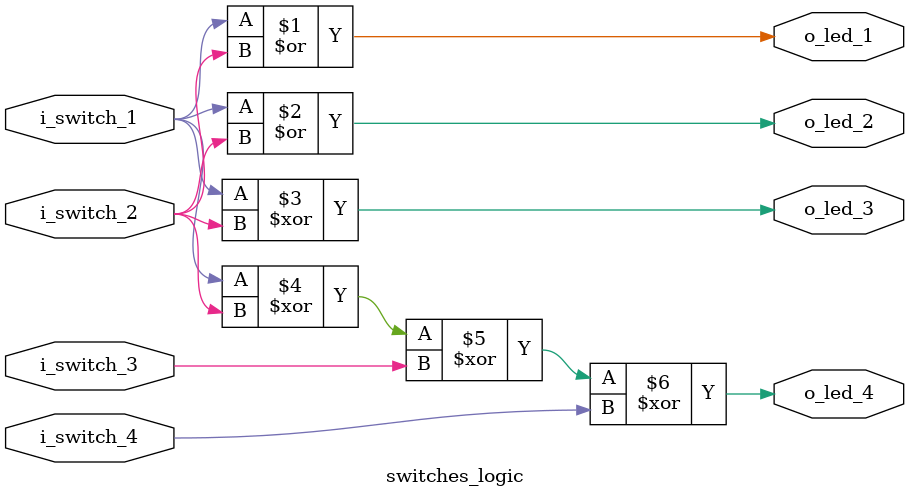
<source format=v>
module switches_logic 
    (input i_switch_1,
     input i_switch_2,
     input i_switch_3,
     input i_switch_4,
     output o_led_1,
     output o_led_2,
     output o_led_3,
     output o_led_4);


assign  o_led_1 = i_switch_1 | i_switch_2;
assign  o_led_2 = i_switch_1 | i_switch_2;
assign  o_led_3 = i_switch_1 ^ i_switch_2;
assign  o_led_4 = i_switch_1 ^ i_switch_2 ^ i_switch_3 ^ i_switch_4;
 
endmodule



</source>
